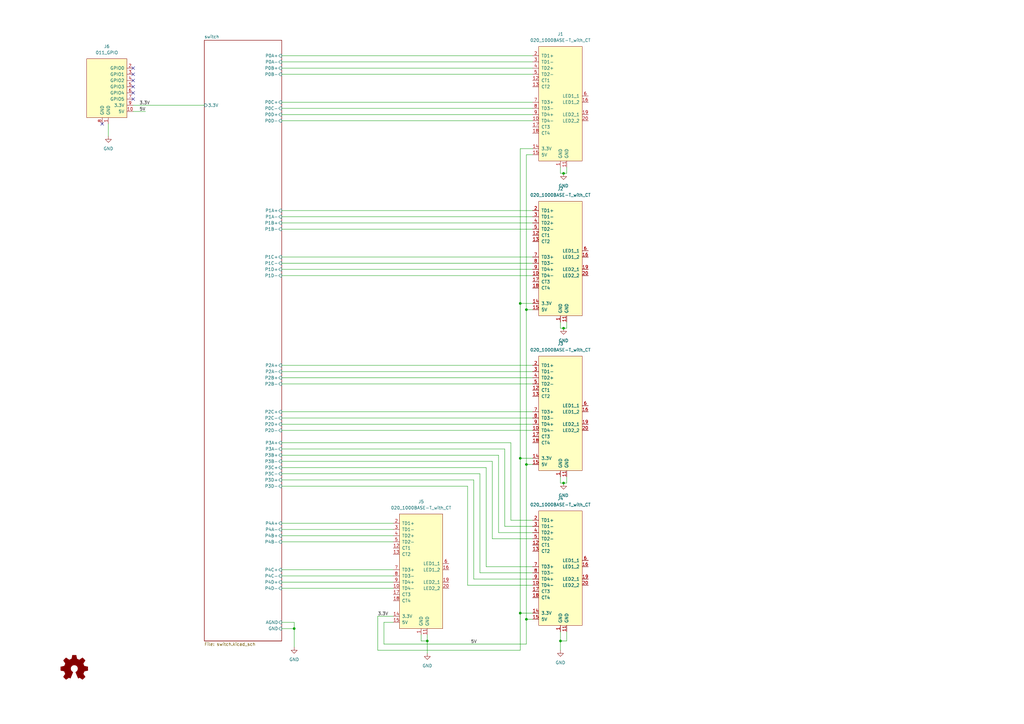
<source format=kicad_sch>
(kicad_sch (version 20230121) (generator eeschema)

  (uuid 57732dd3-1162-4c3f-88bd-31bf473d124d)

  (paper "A3")

  (lib_symbols
    (symbol "Graphic:Logo_Open_Hardware_Small" (pin_names (offset 1.016)) (in_bom yes) (on_board yes)
      (property "Reference" "#LOGO" (at 0 6.985 0)
        (effects (font (size 1.27 1.27)) hide)
      )
      (property "Value" "Logo_Open_Hardware_Small" (at 0 -5.715 0)
        (effects (font (size 1.27 1.27)) hide)
      )
      (property "Footprint" "" (at 0 0 0)
        (effects (font (size 1.27 1.27)) hide)
      )
      (property "Datasheet" "~" (at 0 0 0)
        (effects (font (size 1.27 1.27)) hide)
      )
      (property "ki_keywords" "Logo" (at 0 0 0)
        (effects (font (size 1.27 1.27)) hide)
      )
      (property "ki_description" "Open Hardware logo, small" (at 0 0 0)
        (effects (font (size 1.27 1.27)) hide)
      )
      (symbol "Logo_Open_Hardware_Small_0_1"
        (polyline
          (pts
            (xy 3.3528 -4.3434)
            (xy 3.302 -4.318)
            (xy 3.175 -4.2418)
            (xy 2.9972 -4.1148)
            (xy 2.7686 -3.9624)
            (xy 2.54 -3.81)
            (xy 2.3622 -3.7084)
            (xy 2.2352 -3.6068)
            (xy 2.1844 -3.5814)
            (xy 2.159 -3.6068)
            (xy 2.0574 -3.6576)
            (xy 1.905 -3.7338)
            (xy 1.8034 -3.7846)
            (xy 1.6764 -3.8354)
            (xy 1.6002 -3.8354)
            (xy 1.6002 -3.8354)
            (xy 1.5494 -3.7338)
            (xy 1.4732 -3.5306)
            (xy 1.3462 -3.302)
            (xy 1.2446 -3.0226)
            (xy 1.1176 -2.7178)
            (xy 0.9652 -2.413)
            (xy 0.8636 -2.1082)
            (xy 0.7366 -1.8288)
            (xy 0.6604 -1.6256)
            (xy 0.6096 -1.4732)
            (xy 0.5842 -1.397)
            (xy 0.5842 -1.397)
            (xy 0.6604 -1.3208)
            (xy 0.7874 -1.2446)
            (xy 1.0414 -1.016)
            (xy 1.2954 -0.6858)
            (xy 1.4478 -0.3302)
            (xy 1.524 0.0762)
            (xy 1.4732 0.4572)
            (xy 1.3208 0.8128)
            (xy 1.0668 1.143)
            (xy 0.762 1.3716)
            (xy 0.4064 1.524)
            (xy 0 1.5748)
            (xy -0.381 1.5494)
            (xy -0.7366 1.397)
            (xy -1.0668 1.143)
            (xy -1.2192 0.9906)
            (xy -1.397 0.6604)
            (xy -1.524 0.3048)
            (xy -1.524 0.2286)
            (xy -1.4986 -0.1778)
            (xy -1.397 -0.5334)
            (xy -1.1938 -0.8636)
            (xy -0.9144 -1.143)
            (xy -0.8636 -1.1684)
            (xy -0.7366 -1.27)
            (xy -0.635 -1.3462)
            (xy -0.5842 -1.397)
            (xy -1.0668 -2.5908)
            (xy -1.143 -2.794)
            (xy -1.2954 -3.1242)
            (xy -1.397 -3.4036)
            (xy -1.4986 -3.6322)
            (xy -1.5748 -3.7846)
            (xy -1.6002 -3.8354)
            (xy -1.6002 -3.8354)
            (xy -1.651 -3.8354)
            (xy -1.7272 -3.81)
            (xy -1.905 -3.7338)
            (xy -2.0066 -3.683)
            (xy -2.1336 -3.6068)
            (xy -2.2098 -3.5814)
            (xy -2.2606 -3.6068)
            (xy -2.3622 -3.683)
            (xy -2.54 -3.81)
            (xy -2.7686 -3.9624)
            (xy -2.9718 -4.0894)
            (xy -3.1496 -4.2164)
            (xy -3.302 -4.318)
            (xy -3.3528 -4.3434)
            (xy -3.3782 -4.3434)
            (xy -3.429 -4.318)
            (xy -3.5306 -4.2164)
            (xy -3.7084 -4.064)
            (xy -3.937 -3.8354)
            (xy -3.9624 -3.81)
            (xy -4.1656 -3.6068)
            (xy -4.318 -3.4544)
            (xy -4.4196 -3.3274)
            (xy -4.445 -3.2766)
            (xy -4.445 -3.2766)
            (xy -4.4196 -3.2258)
            (xy -4.318 -3.0734)
            (xy -4.2164 -2.8956)
            (xy -4.064 -2.667)
            (xy -3.6576 -2.0828)
            (xy -3.8862 -1.5494)
            (xy -3.937 -1.3716)
            (xy -4.0386 -1.1684)
            (xy -4.0894 -1.0414)
            (xy -4.1148 -0.9652)
            (xy -4.191 -0.9398)
            (xy -4.318 -0.9144)
            (xy -4.5466 -0.8636)
            (xy -4.8006 -0.8128)
            (xy -5.0546 -0.7874)
            (xy -5.2578 -0.7366)
            (xy -5.4356 -0.7112)
            (xy -5.5118 -0.6858)
            (xy -5.5118 -0.6858)
            (xy -5.5372 -0.635)
            (xy -5.5372 -0.5588)
            (xy -5.5372 -0.4318)
            (xy -5.5626 -0.2286)
            (xy -5.5626 0.0762)
            (xy -5.5626 0.127)
            (xy -5.5372 0.4064)
            (xy -5.5372 0.635)
            (xy -5.5372 0.762)
            (xy -5.5372 0.8382)
            (xy -5.5372 0.8382)
            (xy -5.461 0.8382)
            (xy -5.3086 0.889)
            (xy -5.08 0.9144)
            (xy -4.826 0.9652)
            (xy -4.8006 0.9906)
            (xy -4.5466 1.0414)
            (xy -4.318 1.0668)
            (xy -4.1656 1.1176)
            (xy -4.0894 1.143)
            (xy -4.0894 1.143)
            (xy -4.0386 1.2446)
            (xy -3.9624 1.4224)
            (xy -3.8608 1.6256)
            (xy -3.7846 1.8288)
            (xy -3.7084 2.0066)
            (xy -3.6576 2.159)
            (xy -3.6322 2.2098)
            (xy -3.6322 2.2098)
            (xy -3.683 2.286)
            (xy -3.7592 2.413)
            (xy -3.8862 2.5908)
            (xy -4.064 2.8194)
            (xy -4.064 2.8448)
            (xy -4.2164 3.0734)
            (xy -4.3434 3.2512)
            (xy -4.4196 3.3782)
            (xy -4.445 3.4544)
            (xy -4.445 3.4544)
            (xy -4.3942 3.5052)
            (xy -4.2926 3.6322)
            (xy -4.1148 3.81)
            (xy -3.937 4.0132)
            (xy -3.8608 4.064)
            (xy -3.6576 4.2926)
            (xy -3.5052 4.4196)
            (xy -3.4036 4.4958)
            (xy -3.3528 4.5212)
            (xy -3.3528 4.5212)
            (xy -3.302 4.4704)
            (xy -3.1496 4.3688)
            (xy -2.9718 4.2418)
            (xy -2.7432 4.0894)
            (xy -2.7178 4.0894)
            (xy -2.4892 3.937)
            (xy -2.3114 3.81)
            (xy -2.1844 3.7084)
            (xy -2.1336 3.683)
            (xy -2.1082 3.683)
            (xy -2.032 3.7084)
            (xy -1.8542 3.7592)
            (xy -1.6764 3.8354)
            (xy -1.4732 3.937)
            (xy -1.27 4.0132)
            (xy -1.143 4.064)
            (xy -1.0668 4.1148)
            (xy -1.0668 4.1148)
            (xy -1.0414 4.191)
            (xy -1.016 4.3434)
            (xy -0.9652 4.572)
            (xy -0.9144 4.8514)
            (xy -0.889 4.9022)
            (xy -0.8382 5.1562)
            (xy -0.8128 5.3848)
            (xy -0.7874 5.5372)
            (xy -0.762 5.588)
            (xy -0.7112 5.6134)
            (xy -0.5842 5.6134)
            (xy -0.4064 5.6134)
            (xy -0.1524 5.6134)
            (xy 0.0762 5.6134)
            (xy 0.3302 5.6134)
            (xy 0.5334 5.6134)
            (xy 0.6858 5.588)
            (xy 0.7366 5.588)
            (xy 0.7366 5.588)
            (xy 0.762 5.5118)
            (xy 0.8128 5.334)
            (xy 0.8382 5.1054)
            (xy 0.9144 4.826)
            (xy 0.9144 4.7752)
            (xy 0.9652 4.5212)
            (xy 1.016 4.2926)
            (xy 1.0414 4.1402)
            (xy 1.0668 4.0894)
            (xy 1.0668 4.0894)
            (xy 1.1938 4.0386)
            (xy 1.3716 3.9624)
            (xy 1.5748 3.8608)
            (xy 2.0828 3.6576)
            (xy 2.7178 4.0894)
            (xy 2.7686 4.1402)
            (xy 2.9972 4.2926)
            (xy 3.175 4.4196)
            (xy 3.302 4.4958)
            (xy 3.3782 4.5212)
            (xy 3.3782 4.5212)
            (xy 3.429 4.4704)
            (xy 3.556 4.3434)
            (xy 3.7338 4.191)
            (xy 3.9116 3.9878)
            (xy 4.064 3.8354)
            (xy 4.2418 3.6576)
            (xy 4.3434 3.556)
            (xy 4.4196 3.4798)
            (xy 4.4196 3.429)
            (xy 4.4196 3.4036)
            (xy 4.3942 3.3274)
            (xy 4.2926 3.2004)
            (xy 4.1656 2.9972)
            (xy 4.0132 2.794)
            (xy 3.8862 2.5908)
            (xy 3.7592 2.3876)
            (xy 3.6576 2.2352)
            (xy 3.6322 2.159)
            (xy 3.6322 2.1336)
            (xy 3.683 2.0066)
            (xy 3.7592 1.8288)
            (xy 3.8608 1.6002)
            (xy 4.064 1.1176)
            (xy 4.3942 1.0414)
            (xy 4.5974 1.016)
            (xy 4.8768 0.9652)
            (xy 5.1308 0.9144)
            (xy 5.5372 0.8382)
            (xy 5.5626 -0.6604)
            (xy 5.4864 -0.6858)
            (xy 5.4356 -0.6858)
            (xy 5.2832 -0.7366)
            (xy 5.0546 -0.762)
            (xy 4.8006 -0.8128)
            (xy 4.5974 -0.8636)
            (xy 4.3688 -0.9144)
            (xy 4.2164 -0.9398)
            (xy 4.1402 -0.9398)
            (xy 4.1148 -0.9652)
            (xy 4.064 -1.0668)
            (xy 3.9878 -1.2446)
            (xy 3.9116 -1.4478)
            (xy 3.81 -1.651)
            (xy 3.7338 -1.8542)
            (xy 3.683 -2.0066)
            (xy 3.6576 -2.0828)
            (xy 3.683 -2.1336)
            (xy 3.7846 -2.2606)
            (xy 3.8862 -2.4638)
            (xy 4.0386 -2.667)
            (xy 4.191 -2.8956)
            (xy 4.318 -3.0734)
            (xy 4.3942 -3.2004)
            (xy 4.445 -3.2766)
            (xy 4.4196 -3.3274)
            (xy 4.3434 -3.429)
            (xy 4.1656 -3.5814)
            (xy 3.937 -3.8354)
            (xy 3.8862 -3.8608)
            (xy 3.683 -4.064)
            (xy 3.5306 -4.2164)
            (xy 3.4036 -4.318)
            (xy 3.3528 -4.3434)
          )
          (stroke (width 0) (type default))
          (fill (type outline))
        )
      )
    )
    (symbol "power:GND" (power) (pin_names (offset 0)) (in_bom yes) (on_board yes)
      (property "Reference" "#PWR" (at 0 -6.35 0)
        (effects (font (size 1.27 1.27)) hide)
      )
      (property "Value" "GND" (at 0 -3.81 0)
        (effects (font (size 1.27 1.27)))
      )
      (property "Footprint" "" (at 0 0 0)
        (effects (font (size 1.27 1.27)) hide)
      )
      (property "Datasheet" "" (at 0 0 0)
        (effects (font (size 1.27 1.27)) hide)
      )
      (property "ki_keywords" "power-flag" (at 0 0 0)
        (effects (font (size 1.27 1.27)) hide)
      )
      (property "ki_description" "Power symbol creates a global label with name \"GND\" , ground" (at 0 0 0)
        (effects (font (size 1.27 1.27)) hide)
      )
      (symbol "GND_0_1"
        (polyline
          (pts
            (xy 0 0)
            (xy 0 -1.27)
            (xy 1.27 -1.27)
            (xy 0 -2.54)
            (xy -1.27 -1.27)
            (xy 0 -1.27)
          )
          (stroke (width 0) (type default))
          (fill (type none))
        )
      )
      (symbol "GND_1_1"
        (pin power_in line (at 0 0 270) (length 0) hide
          (name "GND" (effects (font (size 1.27 1.27))))
          (number "1" (effects (font (size 1.27 1.27))))
        )
      )
    )
    (symbol "put_on_edge:011_GPIO" (pin_names (offset 1.016)) (in_bom yes) (on_board yes)
      (property "Reference" "J" (at -2.54 13.97 0)
        (effects (font (size 1.27 1.27)))
      )
      (property "Value" "011_GPIO" (at 8.89 13.97 0)
        (effects (font (size 1.27 1.27)))
      )
      (property "Footprint" "" (at 7.62 16.51 0)
        (effects (font (size 1.27 1.27)) hide)
      )
      (property "Datasheet" "" (at 7.62 16.51 0)
        (effects (font (size 1.27 1.27)) hide)
      )
      (symbol "011_GPIO_0_1"
        (rectangle (start -8.89 12.7) (end 7.62 -11.43)
          (stroke (width 0) (type default))
          (fill (type background))
        )
      )
      (symbol "011_GPIO_1_1"
        (pin power_in line (at -1.27 -13.97 90) (length 2.54)
          (name "GND" (effects (font (size 1.27 1.27))))
          (number "1" (effects (font (size 1.27 1.27))))
        )
        (pin power_in line (at -11.43 -8.89 0) (length 2.54)
          (name "5V" (effects (font (size 1.27 1.27))))
          (number "10" (effects (font (size 1.27 1.27))))
        )
        (pin bidirectional line (at -11.43 8.89 0) (length 2.54)
          (name "GPIO0" (effects (font (size 1.27 1.27))))
          (number "2" (effects (font (size 1.27 1.27))))
        )
        (pin bidirectional line (at -11.43 6.35 0) (length 2.54)
          (name "GPIO1" (effects (font (size 1.27 1.27))))
          (number "3" (effects (font (size 1.27 1.27))))
        )
        (pin bidirectional line (at -11.43 3.81 0) (length 2.54)
          (name "GPIO2" (effects (font (size 1.27 1.27))))
          (number "4" (effects (font (size 1.27 1.27))))
        )
        (pin bidirectional line (at -11.43 1.27 0) (length 2.54)
          (name "GPIO3" (effects (font (size 1.27 1.27))))
          (number "5" (effects (font (size 1.27 1.27))))
        )
        (pin bidirectional line (at -11.43 -1.27 0) (length 2.54)
          (name "GPIO4" (effects (font (size 1.27 1.27))))
          (number "6" (effects (font (size 1.27 1.27))))
        )
        (pin bidirectional line (at -11.43 -3.81 0) (length 2.54)
          (name "GPIO5" (effects (font (size 1.27 1.27))))
          (number "7" (effects (font (size 1.27 1.27))))
        )
        (pin power_in line (at 1.27 -13.97 90) (length 2.54)
          (name "GND" (effects (font (size 1.27 1.27))))
          (number "8" (effects (font (size 1.27 1.27))))
        )
        (pin power_in line (at -11.43 -6.35 0) (length 2.54)
          (name "3.3V" (effects (font (size 1.27 1.27))))
          (number "9" (effects (font (size 1.27 1.27))))
        )
      )
    )
    (symbol "put_on_edge:020_1000BASE-T_with_CT" (pin_names (offset 1.016)) (in_bom yes) (on_board yes)
      (property "Reference" "J" (at -2.54 13.97 0)
        (effects (font (size 1.27 1.27)))
      )
      (property "Value" "020_1000BASE-T_with_CT" (at 8.89 13.97 0)
        (effects (font (size 1.27 1.27)))
      )
      (property "Footprint" "" (at 7.62 16.51 0)
        (effects (font (size 1.27 1.27)) hide)
      )
      (property "Datasheet" "" (at 7.62 16.51 0)
        (effects (font (size 1.27 1.27)) hide)
      )
      (symbol "020_1000BASE-T_with_CT_0_1"
        (rectangle (start -8.89 12.7) (end 8.89 -34.29)
          (stroke (width 0) (type default))
          (fill (type background))
        )
      )
      (symbol "020_1000BASE-T_with_CT_1_1"
        (pin power_in line (at 0 -36.83 90) (length 2.54)
          (name "GND" (effects (font (size 1.27 1.27))))
          (number "1" (effects (font (size 1.27 1.27))))
        )
        (pin bidirectional line (at -11.43 -17.78 0) (length 2.54)
          (name "TD4-" (effects (font (size 1.27 1.27))))
          (number "10" (effects (font (size 1.27 1.27))))
        )
        (pin power_in line (at 2.54 -36.83 90) (length 2.54)
          (name "GND" (effects (font (size 1.27 1.27))))
          (number "11" (effects (font (size 1.27 1.27))))
        )
        (pin bidirectional line (at -11.43 -1.27 0) (length 2.54)
          (name "CT1" (effects (font (size 1.27 1.27))))
          (number "12" (effects (font (size 1.27 1.27))))
        )
        (pin bidirectional line (at -11.43 -3.81 0) (length 2.54)
          (name "CT2" (effects (font (size 1.27 1.27))))
          (number "13" (effects (font (size 1.27 1.27))))
        )
        (pin bidirectional line (at -11.43 -29.21 0) (length 2.54)
          (name "3.3V" (effects (font (size 1.27 1.27))))
          (number "14" (effects (font (size 1.27 1.27))))
        )
        (pin bidirectional line (at -11.43 -31.75 0) (length 2.54)
          (name "5V" (effects (font (size 1.27 1.27))))
          (number "15" (effects (font (size 1.27 1.27))))
        )
        (pin bidirectional line (at 11.43 -10.16 180) (length 2.54)
          (name "LED1_2" (effects (font (size 1.27 1.27))))
          (number "16" (effects (font (size 1.27 1.27))))
        )
        (pin bidirectional line (at -11.43 -20.32 0) (length 2.54)
          (name "CT3" (effects (font (size 1.27 1.27))))
          (number "17" (effects (font (size 1.27 1.27))))
        )
        (pin bidirectional line (at -11.43 -22.86 0) (length 2.54)
          (name "CT4" (effects (font (size 1.27 1.27))))
          (number "18" (effects (font (size 1.27 1.27))))
        )
        (pin bidirectional line (at 11.43 -15.24 180) (length 2.54)
          (name "LED2_1" (effects (font (size 1.27 1.27))))
          (number "19" (effects (font (size 1.27 1.27))))
        )
        (pin bidirectional line (at -11.43 8.89 0) (length 2.54)
          (name "TD1+" (effects (font (size 1.27 1.27))))
          (number "2" (effects (font (size 1.27 1.27))))
        )
        (pin bidirectional line (at 11.43 -17.78 180) (length 2.54)
          (name "LED2_2" (effects (font (size 1.27 1.27))))
          (number "20" (effects (font (size 1.27 1.27))))
        )
        (pin bidirectional line (at -11.43 6.35 0) (length 2.54)
          (name "TD1-" (effects (font (size 1.27 1.27))))
          (number "3" (effects (font (size 1.27 1.27))))
        )
        (pin bidirectional line (at -11.43 3.81 0) (length 2.54)
          (name "TD2+" (effects (font (size 1.27 1.27))))
          (number "4" (effects (font (size 1.27 1.27))))
        )
        (pin bidirectional line (at -11.43 1.27 0) (length 2.54)
          (name "TD2-" (effects (font (size 1.27 1.27))))
          (number "5" (effects (font (size 1.27 1.27))))
        )
        (pin bidirectional line (at 11.43 -7.62 180) (length 2.54)
          (name "LED1_1" (effects (font (size 1.27 1.27))))
          (number "6" (effects (font (size 1.27 1.27))))
        )
        (pin bidirectional line (at -11.43 -10.16 0) (length 2.54)
          (name "TD3+" (effects (font (size 1.27 1.27))))
          (number "7" (effects (font (size 1.27 1.27))))
        )
        (pin bidirectional line (at -11.43 -12.7 0) (length 2.54)
          (name "TD3-" (effects (font (size 1.27 1.27))))
          (number "8" (effects (font (size 1.27 1.27))))
        )
        (pin bidirectional line (at -11.43 -15.24 0) (length 2.54)
          (name "TD4+" (effects (font (size 1.27 1.27))))
          (number "9" (effects (font (size 1.27 1.27))))
        )
      )
    )
  )

  (junction (at 213.36 124.46) (diameter 0) (color 0 0 0 0)
    (uuid 37011785-8061-4c42-9868-d7b1dc07d379)
  )
  (junction (at 231.14 198.12) (diameter 0) (color 0 0 0 0)
    (uuid 3c5de711-eaae-43dc-bce8-11148e37a12a)
  )
  (junction (at 231.14 134.62) (diameter 0) (color 0 0 0 0)
    (uuid 5b4312b1-f573-4e10-b47a-8b9ed79d02ac)
  )
  (junction (at 213.36 251.46) (diameter 0) (color 0 0 0 0)
    (uuid 5b4e61a7-829f-4550-9950-8a618a29c9bb)
  )
  (junction (at 215.9 190.5) (diameter 0) (color 0 0 0 0)
    (uuid 806f8259-3083-44bd-a7f0-77a405bdc269)
  )
  (junction (at 215.9 127) (diameter 0) (color 0 0 0 0)
    (uuid b43cf175-5d1c-4e79-bb48-6c749e460141)
  )
  (junction (at 229.87 262.89) (diameter 0) (color 0 0 0 0)
    (uuid b658c216-7f5d-4976-b5be-cd979a79e8f2)
  )
  (junction (at 215.9 254) (diameter 0) (color 0 0 0 0)
    (uuid bfc19791-d230-4900-8415-0d2b1ac1c53c)
  )
  (junction (at 213.36 187.96) (diameter 0) (color 0 0 0 0)
    (uuid cfcb7a2c-20a8-4580-b79f-6f130bf99f9d)
  )
  (junction (at 120.65 257.81) (diameter 0) (color 0 0 0 0)
    (uuid ee3a4826-38e8-4a4b-a569-95cf1c0edda1)
  )
  (junction (at 231.14 71.12) (diameter 0) (color 0 0 0 0)
    (uuid f564494c-0fd5-44fd-b2a3-028bc78a06d0)
  )
  (junction (at 175.26 262.89) (diameter 0) (color 0 0 0 0)
    (uuid f793e22a-ace3-4b8c-98ee-cdc094f63e33)
  )

  (no_connect (at 54.61 35.56) (uuid 11d3318a-5677-4c93-a108-35ab47599635))
  (no_connect (at 54.61 27.94) (uuid 45111632-b373-4086-9d52-90ce3c28a53d))
  (no_connect (at 54.61 33.02) (uuid 4ec807aa-5e37-4805-add1-d8fd6d112aba))
  (no_connect (at 54.61 30.48) (uuid 59edb06d-a085-4bbd-a14c-9c896d08aaa4))
  (no_connect (at 41.91 50.8) (uuid 62ebf907-ef42-4337-95df-2933cf53048f))
  (no_connect (at 54.61 40.64) (uuid 80c45e39-8aca-4117-abb3-b2fabf0e66aa))
  (no_connect (at 54.61 38.1) (uuid ac0fca28-e661-403f-868e-941467cfcf39))

  (wire (pts (xy 115.57 86.36) (xy 218.44 86.36))
    (stroke (width 0) (type default))
    (uuid 0166dac5-a6a7-4450-8373-01ea9806756d)
  )
  (wire (pts (xy 115.57 236.22) (xy 161.29 236.22))
    (stroke (width 0) (type default))
    (uuid 01a8dd67-80ed-4319-801c-bf79f3bb0bed)
  )
  (wire (pts (xy 232.41 132.08) (xy 232.41 134.62))
    (stroke (width 0) (type default))
    (uuid 0566d45e-6311-4120-98b6-e8823ddd2042)
  )
  (wire (pts (xy 115.57 173.99) (xy 218.44 173.99))
    (stroke (width 0) (type default))
    (uuid 06375f88-836a-49c2-b866-715b774b0c12)
  )
  (wire (pts (xy 229.87 259.08) (xy 229.87 262.89))
    (stroke (width 0) (type default))
    (uuid 066465c5-db36-4792-8bb3-cd03560f59d8)
  )
  (wire (pts (xy 115.57 22.86) (xy 218.44 22.86))
    (stroke (width 0) (type default))
    (uuid 088f6ffb-259c-42df-aa81-497472cbed6d)
  )
  (wire (pts (xy 115.57 181.61) (xy 209.55 181.61))
    (stroke (width 0) (type default))
    (uuid 0b19bd42-6b4c-48fa-9793-9a52329e9e4b)
  )
  (wire (pts (xy 115.57 49.53) (xy 218.44 49.53))
    (stroke (width 0) (type default))
    (uuid 0b79f55e-a7ce-4886-a4cc-677977dfdc03)
  )
  (wire (pts (xy 115.57 176.53) (xy 218.44 176.53))
    (stroke (width 0) (type default))
    (uuid 0b911110-5326-4b3e-b0e9-4a44ba37e5d9)
  )
  (wire (pts (xy 161.29 255.27) (xy 157.48 255.27))
    (stroke (width 0) (type default))
    (uuid 0f413ed1-c1cd-428f-9faa-788c5498428e)
  )
  (wire (pts (xy 115.57 241.3) (xy 161.29 241.3))
    (stroke (width 0) (type default))
    (uuid 0f92e3c4-0044-4cd8-956a-43d25e8d5805)
  )
  (wire (pts (xy 199.39 232.41) (xy 218.44 232.41))
    (stroke (width 0) (type default))
    (uuid 11a86fb6-8653-485f-85af-a6072b0ab695)
  )
  (wire (pts (xy 115.57 157.48) (xy 218.44 157.48))
    (stroke (width 0) (type default))
    (uuid 136bbaf2-6e34-4b54-9a4b-8a4921af0d47)
  )
  (wire (pts (xy 161.29 252.73) (xy 154.94 252.73))
    (stroke (width 0) (type default))
    (uuid 145bca21-64c0-48ad-a5ec-52b772970c6b)
  )
  (wire (pts (xy 54.61 45.72) (xy 59.69 45.72))
    (stroke (width 0) (type default))
    (uuid 1505d40c-1484-4880-a1d5-7f9c5fb98f96)
  )
  (wire (pts (xy 115.57 219.71) (xy 161.29 219.71))
    (stroke (width 0) (type default))
    (uuid 173018fd-275b-4cf5-bcbb-f04c24d5aa4c)
  )
  (wire (pts (xy 157.48 255.27) (xy 157.48 264.16))
    (stroke (width 0) (type default))
    (uuid 178f5aa5-7f13-4bf9-b6c7-c95ccd80a9ba)
  )
  (wire (pts (xy 175.26 262.89) (xy 175.26 267.97))
    (stroke (width 0) (type default))
    (uuid 1ae14d62-24ed-486e-b8f7-bb3927619b95)
  )
  (wire (pts (xy 215.9 63.5) (xy 215.9 127))
    (stroke (width 0) (type default))
    (uuid 1c1d8cf9-35b0-42f9-9e27-067738450293)
  )
  (wire (pts (xy 215.9 127) (xy 218.44 127))
    (stroke (width 0) (type default))
    (uuid 1e41058c-271e-4c2d-a04e-675ac9487818)
  )
  (wire (pts (xy 115.57 46.99) (xy 218.44 46.99))
    (stroke (width 0) (type default))
    (uuid 1ecda7f0-862e-4138-bc1e-8211c88a5709)
  )
  (wire (pts (xy 115.57 149.86) (xy 218.44 149.86))
    (stroke (width 0) (type default))
    (uuid 1fcc4fdf-7347-457a-b9c6-93b2b3ad5ff0)
  )
  (wire (pts (xy 213.36 60.96) (xy 213.36 124.46))
    (stroke (width 0) (type default))
    (uuid 205bb1fe-13d9-4add-bae4-e30e3bb40eb8)
  )
  (wire (pts (xy 115.57 168.91) (xy 218.44 168.91))
    (stroke (width 0) (type default))
    (uuid 21a67926-7e97-4caa-a18e-00e668022bd3)
  )
  (wire (pts (xy 115.57 44.45) (xy 218.44 44.45))
    (stroke (width 0) (type default))
    (uuid 268c2632-74dd-48f1-ba39-edd3972bf9f0)
  )
  (wire (pts (xy 232.41 68.58) (xy 232.41 71.12))
    (stroke (width 0) (type default))
    (uuid 27fba701-841a-4b49-b08f-498238fe5418)
  )
  (wire (pts (xy 191.77 199.39) (xy 191.77 240.03))
    (stroke (width 0) (type default))
    (uuid 291f75d9-5a76-4d14-bbcc-1b5e461b82c6)
  )
  (wire (pts (xy 215.9 254) (xy 218.44 254))
    (stroke (width 0) (type default))
    (uuid 29769c60-0b90-4f63-a14f-99809d571bc0)
  )
  (wire (pts (xy 54.61 43.18) (xy 83.82 43.18))
    (stroke (width 0) (type default))
    (uuid 2a536cdf-59aa-45e2-917d-d38ac5f9501c)
  )
  (wire (pts (xy 115.57 214.63) (xy 161.29 214.63))
    (stroke (width 0) (type default))
    (uuid 310f9300-26b7-42e6-b104-ab61a391f027)
  )
  (wire (pts (xy 201.93 189.23) (xy 201.93 220.98))
    (stroke (width 0) (type default))
    (uuid 315cc864-5802-4169-a2e4-476fa4a008a5)
  )
  (wire (pts (xy 115.57 152.4) (xy 218.44 152.4))
    (stroke (width 0) (type default))
    (uuid 33da5192-4576-4f14-bedb-ec2d51d7f7d9)
  )
  (wire (pts (xy 213.36 187.96) (xy 218.44 187.96))
    (stroke (width 0) (type default))
    (uuid 34513b33-b2bd-4767-a467-49daecb1db82)
  )
  (wire (pts (xy 213.36 124.46) (xy 213.36 187.96))
    (stroke (width 0) (type default))
    (uuid 3641caeb-d5d8-4a5d-bc66-f8a6831f81e4)
  )
  (wire (pts (xy 229.87 132.08) (xy 229.87 134.62))
    (stroke (width 0) (type default))
    (uuid 3c852c70-07ee-4257-b673-49e4609c9db1)
  )
  (wire (pts (xy 213.36 124.46) (xy 218.44 124.46))
    (stroke (width 0) (type default))
    (uuid 3d9784cc-aeda-4ad0-a22d-7e42f2b6f8a0)
  )
  (wire (pts (xy 215.9 190.5) (xy 215.9 254))
    (stroke (width 0) (type default))
    (uuid 3ff2f121-79d0-4c1f-af10-0a9ff9b14a18)
  )
  (wire (pts (xy 229.87 262.89) (xy 232.41 262.89))
    (stroke (width 0) (type default))
    (uuid 40348a57-8ebe-46b9-a023-600e174c2ac4)
  )
  (wire (pts (xy 231.14 71.12) (xy 229.87 71.12))
    (stroke (width 0) (type default))
    (uuid 42bec1fc-ce53-4747-9513-14fe6df6eb38)
  )
  (wire (pts (xy 115.57 88.9) (xy 218.44 88.9))
    (stroke (width 0) (type default))
    (uuid 44631981-f935-4737-b921-b1c1222258cc)
  )
  (wire (pts (xy 115.57 238.76) (xy 161.29 238.76))
    (stroke (width 0) (type default))
    (uuid 4a43fc21-80b7-4bfe-8a8b-a5c58e5b9fc8)
  )
  (wire (pts (xy 201.93 220.98) (xy 218.44 220.98))
    (stroke (width 0) (type default))
    (uuid 4ba3dff4-7bd4-4d0a-ada5-52918a2a122e)
  )
  (wire (pts (xy 229.87 134.62) (xy 231.14 134.62))
    (stroke (width 0) (type default))
    (uuid 507d596d-856d-480a-bece-056118d57fe8)
  )
  (wire (pts (xy 232.41 262.89) (xy 232.41 259.08))
    (stroke (width 0) (type default))
    (uuid 50eff428-f6c1-4d04-98f8-186e23477b43)
  )
  (wire (pts (xy 191.77 240.03) (xy 218.44 240.03))
    (stroke (width 0) (type default))
    (uuid 570cc8c5-4069-4b38-a1e0-86d16b97ada7)
  )
  (wire (pts (xy 115.57 154.94) (xy 218.44 154.94))
    (stroke (width 0) (type default))
    (uuid 5876caae-462f-4781-9226-64f433987bd3)
  )
  (wire (pts (xy 154.94 252.73) (xy 154.94 266.7))
    (stroke (width 0) (type default))
    (uuid 592a27c7-a94b-4915-8f11-7627778b08d7)
  )
  (wire (pts (xy 120.65 257.81) (xy 120.65 265.43))
    (stroke (width 0) (type default))
    (uuid 5a1fc14d-1d6f-444c-82b2-77ce3f0eeb3f)
  )
  (wire (pts (xy 115.57 25.4) (xy 218.44 25.4))
    (stroke (width 0) (type default))
    (uuid 5bb4fb42-2df8-402e-bf52-c5460db5e56f)
  )
  (wire (pts (xy 115.57 113.03) (xy 218.44 113.03))
    (stroke (width 0) (type default))
    (uuid 5c3611d5-ea84-42c2-ac40-b5c03d604481)
  )
  (wire (pts (xy 115.57 191.77) (xy 199.39 191.77))
    (stroke (width 0) (type default))
    (uuid 5cb5062e-29c2-49e4-89c9-4744fe2121e8)
  )
  (wire (pts (xy 213.36 251.46) (xy 218.44 251.46))
    (stroke (width 0) (type default))
    (uuid 5f656600-ee38-47ae-ae0d-0c68b54bd7a4)
  )
  (wire (pts (xy 215.9 127) (xy 215.9 190.5))
    (stroke (width 0) (type default))
    (uuid 602bda87-4868-4565-bf21-946a1d0663d8)
  )
  (wire (pts (xy 115.57 41.91) (xy 218.44 41.91))
    (stroke (width 0) (type default))
    (uuid 6707d0bb-7783-439c-8656-a58ee88307ae)
  )
  (wire (pts (xy 213.36 266.7) (xy 213.36 251.46))
    (stroke (width 0) (type default))
    (uuid 67cb11cc-d356-405c-819e-710cb4bfae2a)
  )
  (wire (pts (xy 194.31 196.85) (xy 194.31 237.49))
    (stroke (width 0) (type default))
    (uuid 6a424bd3-753e-4a86-bb5b-febe6e511da7)
  )
  (wire (pts (xy 229.87 198.12) (xy 231.14 198.12))
    (stroke (width 0) (type default))
    (uuid 6b67dd0e-a128-4cbd-941b-cb792797fa4f)
  )
  (wire (pts (xy 232.41 71.12) (xy 231.14 71.12))
    (stroke (width 0) (type default))
    (uuid 6fce70f1-d36b-4015-aee0-dfeaac1215a5)
  )
  (wire (pts (xy 115.57 194.31) (xy 196.85 194.31))
    (stroke (width 0) (type default))
    (uuid 7111a6cc-12cb-43ce-ae83-a2326b06529e)
  )
  (wire (pts (xy 44.45 50.8) (xy 44.45 55.88))
    (stroke (width 0) (type default))
    (uuid 768acd8d-d3c2-44f3-ad0e-d958cb23bec6)
  )
  (wire (pts (xy 115.57 171.45) (xy 218.44 171.45))
    (stroke (width 0) (type default))
    (uuid 79294d09-51e7-4262-8758-b8543ecb145c)
  )
  (wire (pts (xy 204.47 186.69) (xy 204.47 218.44))
    (stroke (width 0) (type default))
    (uuid 7bcc1713-61fc-4a3b-ad1c-80934db26d53)
  )
  (wire (pts (xy 196.85 194.31) (xy 196.85 234.95))
    (stroke (width 0) (type default))
    (uuid 89bfff4c-fe54-4be2-950b-caaf3cdf735d)
  )
  (wire (pts (xy 229.87 262.89) (xy 229.87 266.7))
    (stroke (width 0) (type default))
    (uuid 8d0e3aec-f720-410d-97ac-ebd7b3a254fd)
  )
  (wire (pts (xy 199.39 191.77) (xy 199.39 232.41))
    (stroke (width 0) (type default))
    (uuid 936972e6-6102-4488-b1e2-b4d9fdbb0d77)
  )
  (wire (pts (xy 115.57 27.94) (xy 218.44 27.94))
    (stroke (width 0) (type default))
    (uuid 955c596b-ca16-4207-9009-0a7f360982e5)
  )
  (wire (pts (xy 231.14 134.62) (xy 232.41 134.62))
    (stroke (width 0) (type default))
    (uuid 959b4a4c-4b36-4b13-8bc1-e721f2b430cf)
  )
  (wire (pts (xy 218.44 60.96) (xy 213.36 60.96))
    (stroke (width 0) (type default))
    (uuid 9ed9d0c6-11da-4e67-9875-82fb1f53bd05)
  )
  (wire (pts (xy 115.57 196.85) (xy 194.31 196.85))
    (stroke (width 0) (type default))
    (uuid a50e6080-e9f3-439f-80b6-bcf2cb4d5172)
  )
  (wire (pts (xy 115.57 255.27) (xy 120.65 255.27))
    (stroke (width 0) (type default))
    (uuid a700803d-45d3-415f-a421-dd2314ef65dc)
  )
  (wire (pts (xy 229.87 71.12) (xy 229.87 68.58))
    (stroke (width 0) (type default))
    (uuid a86b35b8-4929-4a8f-8436-0b85ba5eff52)
  )
  (wire (pts (xy 215.9 264.16) (xy 215.9 254))
    (stroke (width 0) (type default))
    (uuid aa644e13-d11a-4162-aa52-bf423bbe10e8)
  )
  (wire (pts (xy 215.9 190.5) (xy 218.44 190.5))
    (stroke (width 0) (type default))
    (uuid addf51f4-ef36-449f-9f73-492b87b38991)
  )
  (wire (pts (xy 154.94 266.7) (xy 213.36 266.7))
    (stroke (width 0) (type default))
    (uuid ae06349a-36ae-4da5-a7a2-3f3f36d8e7eb)
  )
  (wire (pts (xy 194.31 237.49) (xy 218.44 237.49))
    (stroke (width 0) (type default))
    (uuid aea11fde-bec9-44da-b229-6f97fb317278)
  )
  (wire (pts (xy 115.57 110.49) (xy 218.44 110.49))
    (stroke (width 0) (type default))
    (uuid af573b79-4ccc-4d05-8343-ede4507126a2)
  )
  (wire (pts (xy 115.57 233.68) (xy 161.29 233.68))
    (stroke (width 0) (type default))
    (uuid b3e40eb2-78ca-4bc5-a145-3aa452a1d7eb)
  )
  (wire (pts (xy 115.57 257.81) (xy 120.65 257.81))
    (stroke (width 0) (type default))
    (uuid b5f50e6e-6728-4454-96f5-44e0bc388ce5)
  )
  (wire (pts (xy 232.41 195.58) (xy 232.41 198.12))
    (stroke (width 0) (type default))
    (uuid bb064b20-74d7-4325-9be8-5cebcb6f8039)
  )
  (wire (pts (xy 172.72 262.89) (xy 175.26 262.89))
    (stroke (width 0) (type default))
    (uuid bcad9a0b-f057-4580-a427-ce38e37f1fb5)
  )
  (wire (pts (xy 115.57 184.15) (xy 207.01 184.15))
    (stroke (width 0) (type default))
    (uuid bd879d48-be3d-46de-aa86-1e91fbe136fe)
  )
  (wire (pts (xy 115.57 222.25) (xy 161.29 222.25))
    (stroke (width 0) (type default))
    (uuid be5f4a6c-6743-4a9d-86e7-f2fddd0ccf00)
  )
  (wire (pts (xy 115.57 186.69) (xy 204.47 186.69))
    (stroke (width 0) (type default))
    (uuid c1e83a5d-9494-4d31-aa8e-f3b03e31431a)
  )
  (wire (pts (xy 209.55 181.61) (xy 209.55 213.36))
    (stroke (width 0) (type default))
    (uuid c3009390-168b-466e-bcbc-caa06617c324)
  )
  (wire (pts (xy 115.57 105.41) (xy 218.44 105.41))
    (stroke (width 0) (type default))
    (uuid c44762e1-c737-4e74-9eb3-d49a2fdaf749)
  )
  (wire (pts (xy 231.14 198.12) (xy 232.41 198.12))
    (stroke (width 0) (type default))
    (uuid c74e5059-1d88-4d0f-b85d-cc4b7a584211)
  )
  (wire (pts (xy 115.57 93.98) (xy 218.44 93.98))
    (stroke (width 0) (type default))
    (uuid cdd4d694-a283-4423-80ca-d2d0621632a0)
  )
  (wire (pts (xy 115.57 189.23) (xy 201.93 189.23))
    (stroke (width 0) (type default))
    (uuid ce7d083e-5ae8-40b4-948d-71545889fd14)
  )
  (wire (pts (xy 175.26 260.35) (xy 175.26 262.89))
    (stroke (width 0) (type default))
    (uuid ce98ee01-2c7e-445d-8e8b-818b6d3e3c8c)
  )
  (wire (pts (xy 229.87 195.58) (xy 229.87 198.12))
    (stroke (width 0) (type default))
    (uuid d143b68d-7ed8-41ef-85be-ec5cf49d5c81)
  )
  (wire (pts (xy 115.57 30.48) (xy 218.44 30.48))
    (stroke (width 0) (type default))
    (uuid d29e3a34-55c5-4266-b4e4-68d5d18ba838)
  )
  (wire (pts (xy 115.57 91.44) (xy 218.44 91.44))
    (stroke (width 0) (type default))
    (uuid d3ea1470-5f8c-47dd-af78-ea0aa87cb37b)
  )
  (wire (pts (xy 213.36 187.96) (xy 213.36 251.46))
    (stroke (width 0) (type default))
    (uuid d683903b-3906-4b17-a1e4-dbf9bba2791e)
  )
  (wire (pts (xy 115.57 199.39) (xy 191.77 199.39))
    (stroke (width 0) (type default))
    (uuid de94dcc7-a3d1-46c1-b4fa-8112a52adeaa)
  )
  (wire (pts (xy 172.72 260.35) (xy 172.72 262.89))
    (stroke (width 0) (type default))
    (uuid df1dc35e-3e0d-457b-85ae-da4db35f7a9c)
  )
  (wire (pts (xy 157.48 264.16) (xy 215.9 264.16))
    (stroke (width 0) (type default))
    (uuid e28ed64b-e3a7-44d0-91cc-11adfaf900be)
  )
  (wire (pts (xy 196.85 234.95) (xy 218.44 234.95))
    (stroke (width 0) (type default))
    (uuid e7246a83-afc4-4105-868f-150f920c1e12)
  )
  (wire (pts (xy 120.65 255.27) (xy 120.65 257.81))
    (stroke (width 0) (type default))
    (uuid e96e2a38-f7fc-48cc-aa76-49d3b4a34fc4)
  )
  (wire (pts (xy 209.55 213.36) (xy 218.44 213.36))
    (stroke (width 0) (type default))
    (uuid f1fbc7ca-a4b0-4664-89b9-2066a1e9b5b2)
  )
  (wire (pts (xy 218.44 63.5) (xy 215.9 63.5))
    (stroke (width 0) (type default))
    (uuid f222e8c8-7616-4aaf-8ff5-27e529db7579)
  )
  (wire (pts (xy 207.01 215.9) (xy 218.44 215.9))
    (stroke (width 0) (type default))
    (uuid f3cb9150-816d-4e2e-8b71-6ac801a61ae7)
  )
  (wire (pts (xy 204.47 218.44) (xy 218.44 218.44))
    (stroke (width 0) (type default))
    (uuid f5c3c632-4232-4f2c-9bd8-902ac77c7154)
  )
  (wire (pts (xy 115.57 217.17) (xy 161.29 217.17))
    (stroke (width 0) (type default))
    (uuid f7680bf4-1b34-47d3-b22f-dda4f7c059b9)
  )
  (wire (pts (xy 115.57 107.95) (xy 218.44 107.95))
    (stroke (width 0) (type default))
    (uuid faa94730-15f5-4aa5-8bb4-853fe3c9306d)
  )
  (wire (pts (xy 207.01 184.15) (xy 207.01 215.9))
    (stroke (width 0) (type default))
    (uuid fd0b4d72-9552-4fa8-98ac-8e8b32312f30)
  )

  (label "5V" (at 59.69 45.72 180) (fields_autoplaced)
    (effects (font (size 1.27 1.27)) (justify right bottom))
    (uuid 01f0a397-0142-407f-956a-6d012915233c)
  )
  (label "5V" (at 195.58 264.16 180) (fields_autoplaced)
    (effects (font (size 1.27 1.27)) (justify right bottom))
    (uuid 6f102ec3-b4f7-42d0-88de-50515c6d8cad)
  )
  (label "3.3V" (at 57.15 43.18 0) (fields_autoplaced)
    (effects (font (size 1.27 1.27)) (justify left bottom))
    (uuid 90458d1a-042d-4082-9db6-6891ed8a33ac)
  )
  (label "3.3V" (at 154.94 252.73 0) (fields_autoplaced)
    (effects (font (size 1.27 1.27)) (justify left bottom))
    (uuid ae8b9364-7cfa-4bed-8434-3f60526a609d)
  )

  (symbol (lib_id "power:GND") (at 44.45 55.88 0) (unit 1)
    (in_bom yes) (on_board yes) (dnp no) (fields_autoplaced)
    (uuid 187c9139-49b6-497b-b48d-ee1e31b3a677)
    (property "Reference" "#PWR06" (at 44.45 62.23 0)
      (effects (font (size 1.27 1.27)) hide)
    )
    (property "Value" "GND" (at 44.45 60.96 0)
      (effects (font (size 1.27 1.27)))
    )
    (property "Footprint" "" (at 44.45 55.88 0)
      (effects (font (size 1.27 1.27)) hide)
    )
    (property "Datasheet" "" (at 44.45 55.88 0)
      (effects (font (size 1.27 1.27)) hide)
    )
    (pin "1" (uuid 33966b5d-884e-47cd-b8e2-aca9b538d2f4))
    (instances
      (project "board"
        (path "/57732dd3-1162-4c3f-88bd-31bf473d124d"
          (reference "#PWR06") (unit 1)
        )
      )
    )
  )

  (symbol (lib_id "power:GND") (at 231.14 198.12 0) (unit 1)
    (in_bom yes) (on_board yes) (dnp no) (fields_autoplaced)
    (uuid 29efc531-9a16-4358-93d7-7ba41c0d360e)
    (property "Reference" "#PWR03" (at 231.14 204.47 0)
      (effects (font (size 1.27 1.27)) hide)
    )
    (property "Value" "GND" (at 231.14 203.2 0)
      (effects (font (size 1.27 1.27)))
    )
    (property "Footprint" "" (at 231.14 198.12 0)
      (effects (font (size 1.27 1.27)) hide)
    )
    (property "Datasheet" "" (at 231.14 198.12 0)
      (effects (font (size 1.27 1.27)) hide)
    )
    (pin "1" (uuid a5fde046-c2bc-4d7f-8604-84f8614198f5))
    (instances
      (project "board"
        (path "/57732dd3-1162-4c3f-88bd-31bf473d124d"
          (reference "#PWR03") (unit 1)
        )
      )
    )
  )

  (symbol (lib_id "put_on_edge:020_1000BASE-T_with_CT") (at 229.87 222.25 0) (unit 1)
    (in_bom yes) (on_board yes) (dnp no) (fields_autoplaced)
    (uuid 30b696e1-9783-4a47-9e95-78fca503cc73)
    (property "Reference" "J4" (at 229.87 204.47 0)
      (effects (font (size 1.27 1.27)))
    )
    (property "Value" "020_1000BASE-T_with_CT" (at 229.87 207.01 0)
      (effects (font (size 1.27 1.27)))
    )
    (property "Footprint" "on_edge:on_edge_2x10_host" (at 237.49 205.74 0)
      (effects (font (size 1.27 1.27)) hide)
    )
    (property "Datasheet" "" (at 237.49 205.74 0)
      (effects (font (size 1.27 1.27)) hide)
    )
    (pin "10" (uuid 338a3f4d-c379-49a6-aa03-a39be30fffab))
    (pin "17" (uuid 3397b499-1ec9-4e30-beee-1e37510e754d))
    (pin "11" (uuid e3a11989-7c3d-44ce-a221-2fe0b2bf33fa))
    (pin "19" (uuid 2cb1879e-1d41-40b2-9917-640e9d927ab2))
    (pin "16" (uuid a709cd35-77fb-4346-9939-55e557684637))
    (pin "14" (uuid 8429e37e-6895-4992-a95f-d9a9244810da))
    (pin "5" (uuid 0ec527da-c191-4b8a-8a0c-a8b3f44c19a8))
    (pin "3" (uuid 62133c9a-37bc-4414-95c9-9b951caf987c))
    (pin "4" (uuid 39962f18-2140-48b9-a807-150b02a312c8))
    (pin "18" (uuid 28b50a0a-684a-4e77-af97-f458e92f9d0f))
    (pin "6" (uuid d60a6df2-1252-4d30-8e3c-c79554719050))
    (pin "13" (uuid 84b349b3-2027-4c8b-8071-719738c8a18c))
    (pin "8" (uuid 1dd3c5a5-aae3-40f6-a170-576463240872))
    (pin "9" (uuid c18898b1-bf6d-4e45-b54f-e3f38ca753d7))
    (pin "1" (uuid 5cd08d3d-42c1-47e1-bb44-50255c07cec7))
    (pin "15" (uuid 9e32676a-5443-43e5-937d-ec57925d4a9c))
    (pin "12" (uuid 626d8c93-bb3b-4314-9fd3-dd18c5594941))
    (pin "2" (uuid 8660184d-7255-4d8f-ace9-a61231927fc8))
    (pin "7" (uuid bd514fdc-bf16-4b5c-8aeb-e136e767ec7b))
    (pin "20" (uuid cd0ffeee-cecc-4153-84ba-93d25a76a03d))
    (instances
      (project "board"
        (path "/57732dd3-1162-4c3f-88bd-31bf473d124d"
          (reference "J4") (unit 1)
        )
      )
    )
  )

  (symbol (lib_id "power:GND") (at 231.14 134.62 0) (unit 1)
    (in_bom yes) (on_board yes) (dnp no) (fields_autoplaced)
    (uuid 317bec7d-0510-4f23-8fd1-d5c8175d519a)
    (property "Reference" "#PWR04" (at 231.14 140.97 0)
      (effects (font (size 1.27 1.27)) hide)
    )
    (property "Value" "GND" (at 231.14 139.7 0)
      (effects (font (size 1.27 1.27)))
    )
    (property "Footprint" "" (at 231.14 134.62 0)
      (effects (font (size 1.27 1.27)) hide)
    )
    (property "Datasheet" "" (at 231.14 134.62 0)
      (effects (font (size 1.27 1.27)) hide)
    )
    (pin "1" (uuid c6672900-2a64-403f-a712-37a237f52166))
    (instances
      (project "board"
        (path "/57732dd3-1162-4c3f-88bd-31bf473d124d"
          (reference "#PWR04") (unit 1)
        )
      )
    )
  )

  (symbol (lib_id "power:GND") (at 175.26 267.97 0) (unit 1)
    (in_bom yes) (on_board yes) (dnp no) (fields_autoplaced)
    (uuid 4885c077-7409-4f17-95ee-b9c3cad66bb4)
    (property "Reference" "#PWR01" (at 175.26 274.32 0)
      (effects (font (size 1.27 1.27)) hide)
    )
    (property "Value" "GND" (at 175.26 273.05 0)
      (effects (font (size 1.27 1.27)))
    )
    (property "Footprint" "" (at 175.26 267.97 0)
      (effects (font (size 1.27 1.27)) hide)
    )
    (property "Datasheet" "" (at 175.26 267.97 0)
      (effects (font (size 1.27 1.27)) hide)
    )
    (pin "1" (uuid 7bcc4ea7-39b6-436e-bec6-f77e94425cce))
    (instances
      (project "board"
        (path "/57732dd3-1162-4c3f-88bd-31bf473d124d"
          (reference "#PWR01") (unit 1)
        )
      )
    )
  )

  (symbol (lib_id "put_on_edge:020_1000BASE-T_with_CT") (at 172.72 223.52 0) (unit 1)
    (in_bom yes) (on_board yes) (dnp no) (fields_autoplaced)
    (uuid 60d48e3c-9024-4e73-a830-b20a1b8d5f57)
    (property "Reference" "J5" (at 172.72 205.74 0)
      (effects (font (size 1.27 1.27)))
    )
    (property "Value" "020_1000BASE-T_with_CT" (at 172.72 208.28 0)
      (effects (font (size 1.27 1.27)))
    )
    (property "Footprint" "on_edge:on_edge_2x10_host" (at 180.34 207.01 0)
      (effects (font (size 1.27 1.27)) hide)
    )
    (property "Datasheet" "" (at 180.34 207.01 0)
      (effects (font (size 1.27 1.27)) hide)
    )
    (pin "10" (uuid 6d05f21b-fb05-45d0-a45a-33d08ba5a2ad))
    (pin "17" (uuid 16edc01e-873c-4698-8c86-85f3136f55ac))
    (pin "11" (uuid 92d81039-2968-4f49-8c17-fe61cee6020d))
    (pin "19" (uuid 18958c5e-8c80-4657-a685-ef66d77374c2))
    (pin "16" (uuid b9ad0ac0-c8ea-47a9-91e6-484df5051255))
    (pin "14" (uuid 360c191d-b726-4ee3-9b51-89ee08701393))
    (pin "5" (uuid 494641ed-eb20-41f3-8ef0-23df817058b7))
    (pin "3" (uuid aff008a4-664b-49ad-a6d9-5879a106846c))
    (pin "4" (uuid 16efb888-5e3b-492b-bdc1-581328ec6276))
    (pin "18" (uuid 90615794-6dc2-41b4-9cc0-61df0d1f5ae5))
    (pin "6" (uuid 9910704c-7dac-43fd-8632-a131fb0dd5a4))
    (pin "13" (uuid aa349e54-97f8-4f74-9fa7-15595bf46c90))
    (pin "8" (uuid d00abce0-96a7-4484-8676-284a1faaeec2))
    (pin "9" (uuid 636bb86f-1dd8-423e-93ca-bb2d58d6fb9c))
    (pin "1" (uuid 00dabcb7-dda6-43c5-a5d8-92ffe7ab2c86))
    (pin "15" (uuid 2d6a71d1-dea6-4676-86ad-ef4a7ac4ae93))
    (pin "12" (uuid 9cd460e4-6dc3-4aec-8183-e03f4f5aee45))
    (pin "2" (uuid e8165ee5-6537-417d-a877-de70e0c155f8))
    (pin "7" (uuid e1624005-f350-403c-8a8a-1d055b7f0681))
    (pin "20" (uuid 0671e979-5ba2-4025-b46e-b04a22608dc8))
    (instances
      (project "board"
        (path "/57732dd3-1162-4c3f-88bd-31bf473d124d"
          (reference "J5") (unit 1)
        )
      )
    )
  )

  (symbol (lib_id "power:GND") (at 229.87 266.7 0) (unit 1)
    (in_bom yes) (on_board yes) (dnp no) (fields_autoplaced)
    (uuid 778e32fd-10b3-4b16-b77e-1b21922cf5cd)
    (property "Reference" "#PWR02" (at 229.87 273.05 0)
      (effects (font (size 1.27 1.27)) hide)
    )
    (property "Value" "GND" (at 229.87 271.78 0)
      (effects (font (size 1.27 1.27)))
    )
    (property "Footprint" "" (at 229.87 266.7 0)
      (effects (font (size 1.27 1.27)) hide)
    )
    (property "Datasheet" "" (at 229.87 266.7 0)
      (effects (font (size 1.27 1.27)) hide)
    )
    (pin "1" (uuid 36f2da14-0755-4ef3-b541-5e2e6eeb4891))
    (instances
      (project "board"
        (path "/57732dd3-1162-4c3f-88bd-31bf473d124d"
          (reference "#PWR02") (unit 1)
        )
      )
    )
  )

  (symbol (lib_id "power:GND") (at 120.65 265.43 0) (unit 1)
    (in_bom yes) (on_board yes) (dnp no) (fields_autoplaced)
    (uuid 971afa99-5d33-4a72-a8e1-edd3c45138ed)
    (property "Reference" "#PWR0101" (at 120.65 271.78 0)
      (effects (font (size 1.27 1.27)) hide)
    )
    (property "Value" "GND" (at 120.65 270.51 0)
      (effects (font (size 1.27 1.27)))
    )
    (property "Footprint" "" (at 120.65 265.43 0)
      (effects (font (size 1.27 1.27)) hide)
    )
    (property "Datasheet" "" (at 120.65 265.43 0)
      (effects (font (size 1.27 1.27)) hide)
    )
    (pin "1" (uuid 0e12e353-ffd6-4e27-8957-653e209f57b0))
    (instances
      (project "board"
        (path "/57732dd3-1162-4c3f-88bd-31bf473d124d"
          (reference "#PWR0101") (unit 1)
        )
      )
    )
  )

  (symbol (lib_id "put_on_edge:011_GPIO") (at 43.18 36.83 0) (mirror y) (unit 1)
    (in_bom yes) (on_board yes) (dnp no) (fields_autoplaced)
    (uuid a6de3146-c68c-4829-8f89-bfb0f8022f50)
    (property "Reference" "J6" (at 43.815 19.05 0)
      (effects (font (size 1.27 1.27)))
    )
    (property "Value" "011_GPIO" (at 43.815 21.59 0)
      (effects (font (size 1.27 1.27)))
    )
    (property "Footprint" "on_edge:on_edge_2x05_device" (at 35.56 20.32 0)
      (effects (font (size 1.27 1.27)) hide)
    )
    (property "Datasheet" "" (at 35.56 20.32 0)
      (effects (font (size 1.27 1.27)) hide)
    )
    (pin "10" (uuid 55d51117-fdb3-461b-9e5c-edd7ecf7e359))
    (pin "6" (uuid 49a3d6cb-35f2-4694-acfd-551541580071))
    (pin "1" (uuid b46cec37-0847-459d-a3d9-185d3f91811d))
    (pin "5" (uuid a63e7a59-6dfb-4213-b1ef-bf756dccb9ab))
    (pin "4" (uuid 80d3fdb6-8174-469a-b62c-c99a1941af3d))
    (pin "3" (uuid c021e646-e62a-435b-afc0-ac05f94d930a))
    (pin "7" (uuid 990c2e71-c9dd-4157-8077-609f1d7178a6))
    (pin "8" (uuid 39024a35-cc9e-4946-a1e0-4f221ef1415a))
    (pin "9" (uuid 31fafa0a-2420-4d96-8e9a-91d06bd553d4))
    (pin "2" (uuid d0c8d9fc-e6ad-4805-8009-008f39c63ea4))
    (instances
      (project "board"
        (path "/57732dd3-1162-4c3f-88bd-31bf473d124d"
          (reference "J6") (unit 1)
        )
      )
    )
  )

  (symbol (lib_id "Graphic:Logo_Open_Hardware_Small") (at 30.48 274.32 0) (unit 1)
    (in_bom yes) (on_board yes) (dnp no) (fields_autoplaced)
    (uuid b72b6f4a-7489-40f2-bb90-d75ae01aa368)
    (property "Reference" "LOGO1" (at 30.48 267.335 0)
      (effects (font (size 1.27 1.27)) hide)
    )
    (property "Value" "Logo_Open_Hardware_Small" (at 30.48 280.035 0)
      (effects (font (size 1.27 1.27)) hide)
    )
    (property "Footprint" "Symbol:OSHW-Symbol_6.7x6mm_SilkScreen" (at 30.48 274.32 0)
      (effects (font (size 1.27 1.27)) hide)
    )
    (property "Datasheet" "~" (at 30.48 274.32 0)
      (effects (font (size 1.27 1.27)) hide)
    )
    (instances
      (project "board"
        (path "/57732dd3-1162-4c3f-88bd-31bf473d124d"
          (reference "LOGO1") (unit 1)
        )
      )
    )
  )

  (symbol (lib_id "put_on_edge:020_1000BASE-T_with_CT") (at 229.87 158.75 0) (unit 1)
    (in_bom yes) (on_board yes) (dnp no) (fields_autoplaced)
    (uuid bebda4fb-5862-4abf-9c48-610a56bbe906)
    (property "Reference" "J3" (at 229.87 140.97 0)
      (effects (font (size 1.27 1.27)))
    )
    (property "Value" "020_1000BASE-T_with_CT" (at 229.87 143.51 0)
      (effects (font (size 1.27 1.27)))
    )
    (property "Footprint" "on_edge:on_edge_2x10_host" (at 237.49 142.24 0)
      (effects (font (size 1.27 1.27)) hide)
    )
    (property "Datasheet" "" (at 237.49 142.24 0)
      (effects (font (size 1.27 1.27)) hide)
    )
    (pin "10" (uuid f50d8583-9ce4-48f5-9ec1-af3686ccd298))
    (pin "17" (uuid d8484358-d037-457c-aa24-791a352676d8))
    (pin "11" (uuid 29cf9caf-bc70-4e42-960d-a9543867466c))
    (pin "19" (uuid 32f40cb1-2f5a-43e2-9cf3-28a7643ac5ed))
    (pin "16" (uuid f6e4ca5f-7654-4740-b8bc-01c81efdefb0))
    (pin "14" (uuid 7d64bae5-62e1-49d7-911f-5a34b8e088dc))
    (pin "5" (uuid cce1ab43-5033-49a8-9a93-f33f6d84931f))
    (pin "3" (uuid bae62598-3e54-45e8-b54c-5bad4db8b833))
    (pin "4" (uuid 492e96cf-e7f1-4f29-bfec-83af80a68c92))
    (pin "18" (uuid 304e3d77-49a2-4379-ad4d-4e04cf5bce2b))
    (pin "6" (uuid 90f61048-73e5-47b2-b9e6-e4727acdebe9))
    (pin "13" (uuid 2dd1b7bf-66c9-40b4-9852-e1c80c173e06))
    (pin "8" (uuid 6a317557-606f-400f-8e31-deb67b4d524e))
    (pin "9" (uuid bba62254-9fe3-49c5-9195-dd15218b5f7b))
    (pin "1" (uuid deeb5808-f04a-4cb0-9360-802c3c7e72f9))
    (pin "15" (uuid d2668661-fd2a-43de-b166-45c358f36f00))
    (pin "12" (uuid c05e4802-1144-4577-be19-c221cd4d1616))
    (pin "2" (uuid f9d57ffb-4bc6-4734-ba5e-27aa565d8a62))
    (pin "7" (uuid 865d84ee-6e9a-4641-b50d-b2cc900f294d))
    (pin "20" (uuid 473deaa4-02f4-4816-b88f-893e13a25236))
    (instances
      (project "board"
        (path "/57732dd3-1162-4c3f-88bd-31bf473d124d"
          (reference "J3") (unit 1)
        )
      )
    )
  )

  (symbol (lib_id "put_on_edge:020_1000BASE-T_with_CT") (at 229.87 31.75 0) (unit 1)
    (in_bom yes) (on_board yes) (dnp no) (fields_autoplaced)
    (uuid c4105fe6-d73d-4098-aa3b-d07a60d689a4)
    (property "Reference" "J1" (at 229.87 13.97 0)
      (effects (font (size 1.27 1.27)))
    )
    (property "Value" "020_1000BASE-T_with_CT" (at 229.87 16.51 0)
      (effects (font (size 1.27 1.27)))
    )
    (property "Footprint" "on_edge:on_edge_2x10_host" (at 237.49 15.24 0)
      (effects (font (size 1.27 1.27)) hide)
    )
    (property "Datasheet" "" (at 237.49 15.24 0)
      (effects (font (size 1.27 1.27)) hide)
    )
    (pin "10" (uuid d42428a1-992b-4d32-be61-8b8a64343106))
    (pin "17" (uuid b21a9969-a738-4f1e-b7b9-ed1cfb58f26a))
    (pin "11" (uuid 1ca4a2dc-fd80-4ebf-ac61-6d42adceede5))
    (pin "19" (uuid 457d26c8-f94b-468c-8640-953f6e9729df))
    (pin "16" (uuid bf91c34c-4f7b-43c5-9b33-22573abc0e39))
    (pin "14" (uuid 6a83d555-57f9-4f24-bdbd-14b69b75376a))
    (pin "5" (uuid bde88f4d-c5d8-42fc-bb89-d01add326d49))
    (pin "3" (uuid 133c282b-8a4c-4a13-9305-47c5cbc671db))
    (pin "4" (uuid 6c7fd732-fd98-419f-96c6-2f10eafdf696))
    (pin "18" (uuid d25a95ca-237e-4e1a-bcf1-7e8a55472f28))
    (pin "6" (uuid 2f23e0ef-7469-4bc8-8195-ba90ac8d58a0))
    (pin "13" (uuid 0a22fa7f-0fb1-4204-bcdd-1cf308031d6d))
    (pin "8" (uuid b575a990-d618-4817-8aa7-afa99954f55c))
    (pin "9" (uuid 5ea44c71-4990-4f0c-a669-f1741f3a4ae1))
    (pin "1" (uuid bffb652b-0bc4-46d9-ad7e-4d19df3aa4b9))
    (pin "15" (uuid 46c7bb4e-34c5-46c9-b45a-44c103141f0d))
    (pin "12" (uuid 69c4e9d3-8897-4dcd-922c-c85418d08e8f))
    (pin "2" (uuid ae942a58-237c-49b4-9bbb-517bb236e3b5))
    (pin "7" (uuid e04df680-96dd-442c-a01e-a8c352d66ba9))
    (pin "20" (uuid f0f76a1e-6ec5-4ffd-ab08-62033bdb0175))
    (instances
      (project "board"
        (path "/57732dd3-1162-4c3f-88bd-31bf473d124d"
          (reference "J1") (unit 1)
        )
      )
    )
  )

  (symbol (lib_id "put_on_edge:020_1000BASE-T_with_CT") (at 229.87 95.25 0) (unit 1)
    (in_bom yes) (on_board yes) (dnp no) (fields_autoplaced)
    (uuid d74b8bcb-76df-4cd3-87b4-7d6b1b8b5ac7)
    (property "Reference" "J2" (at 229.87 77.47 0)
      (effects (font (size 1.27 1.27)))
    )
    (property "Value" "020_1000BASE-T_with_CT" (at 229.87 80.01 0)
      (effects (font (size 1.27 1.27)))
    )
    (property "Footprint" "on_edge:on_edge_2x10_host" (at 237.49 78.74 0)
      (effects (font (size 1.27 1.27)) hide)
    )
    (property "Datasheet" "" (at 237.49 78.74 0)
      (effects (font (size 1.27 1.27)) hide)
    )
    (pin "10" (uuid a5baad61-81f6-4814-b2a8-28156e0b0c80))
    (pin "17" (uuid 72e3ba4f-e055-40c0-a484-f81283a74e37))
    (pin "11" (uuid cc21aab7-20d0-490f-8c5d-4ba57489f6b9))
    (pin "19" (uuid df18068a-3548-4f63-9223-5eaa0de700cd))
    (pin "16" (uuid 2f88abaa-5a52-49b4-8794-54246f2fb157))
    (pin "14" (uuid fdbcb92e-29f0-40cb-9610-c50afd36fd78))
    (pin "5" (uuid 3933fa55-a789-4c49-a41b-e1b86171174b))
    (pin "3" (uuid 4fea8e63-b46a-40c3-a372-151dbfbdc981))
    (pin "4" (uuid 08e3d46c-507e-4781-90cc-4ab4cc6855c7))
    (pin "18" (uuid 62b6a655-5d33-4535-be8f-18f8a30bb17a))
    (pin "6" (uuid 5d8d09c3-36c9-471b-8223-fac1c8c762ca))
    (pin "13" (uuid b1547f88-01e5-43fb-9375-a41bdfd2fd5f))
    (pin "8" (uuid 58ecc031-2815-4111-8364-ba1c5288c300))
    (pin "9" (uuid 0fe3f316-d89d-4f3b-a89a-1c177b593c2c))
    (pin "1" (uuid 22702a21-f9da-44ab-8bec-dfcba11cf13d))
    (pin "15" (uuid e8c2c28f-368c-48d5-8ce7-b11d95a949c8))
    (pin "12" (uuid 55cdcca6-232c-459f-b53c-aed900255d09))
    (pin "2" (uuid f5a98703-f2da-49d5-bfeb-82132e82b872))
    (pin "7" (uuid 37911050-f688-4582-bebe-4dd0cadaf602))
    (pin "20" (uuid 0421205d-0143-4896-a392-95c7d2910d5a))
    (instances
      (project "board"
        (path "/57732dd3-1162-4c3f-88bd-31bf473d124d"
          (reference "J2") (unit 1)
        )
      )
    )
  )

  (symbol (lib_id "power:GND") (at 231.14 71.12 0) (unit 1)
    (in_bom yes) (on_board yes) (dnp no) (fields_autoplaced)
    (uuid efa0f25a-277b-4618-886d-7d1769f18d91)
    (property "Reference" "#PWR05" (at 231.14 77.47 0)
      (effects (font (size 1.27 1.27)) hide)
    )
    (property "Value" "GND" (at 231.14 76.2 0)
      (effects (font (size 1.27 1.27)))
    )
    (property "Footprint" "" (at 231.14 71.12 0)
      (effects (font (size 1.27 1.27)) hide)
    )
    (property "Datasheet" "" (at 231.14 71.12 0)
      (effects (font (size 1.27 1.27)) hide)
    )
    (pin "1" (uuid f72d9e01-b5a6-402e-ae17-b8811234ce97))
    (instances
      (project "board"
        (path "/57732dd3-1162-4c3f-88bd-31bf473d124d"
          (reference "#PWR05") (unit 1)
        )
      )
    )
  )

  (sheet (at 83.82 16.51) (size 31.75 246.38) (fields_autoplaced)
    (stroke (width 0.1524) (type solid))
    (fill (color 0 0 0 0.0000))
    (uuid 767ce4c6-0e55-4543-92f0-34cb8237a544)
    (property "Sheetname" "switch" (at 83.82 15.7984 0)
      (effects (font (size 1.27 1.27)) (justify left bottom))
    )
    (property "Sheetfile" "switch.kicad_sch" (at 83.82 263.4746 0)
      (effects (font (size 1.27 1.27)) (justify left top))
    )
    (pin "GND" input (at 115.57 257.81 0)
      (effects (font (size 1.27 1.27)) (justify right))
      (uuid 466cf29f-04d2-4303-aa26-8ec28548d2f2)
    )
    (pin "AGND" input (at 115.57 255.27 0)
      (effects (font (size 1.27 1.27)) (justify right))
      (uuid 23bc864a-8b02-4cef-a126-89a8b875e10b)
    )
    (pin "3.3V" input (at 83.82 43.18 180)
      (effects (font (size 1.27 1.27)) (justify left))
      (uuid 583193c4-d3e6-4cc1-b3c7-9f8bd91c9ef0)
    )
    (pin "P0C-" input (at 115.57 44.45 0)
      (effects (font (size 1.27 1.27)) (justify right))
      (uuid 553b3e6f-754c-4b1e-99fa-2d002a24814a)
    )
    (pin "P0C+" input (at 115.57 41.91 0)
      (effects (font (size 1.27 1.27)) (justify right))
      (uuid fc95010f-3aa6-410d-8175-a910b2f24a14)
    )
    (pin "P0A+" input (at 115.57 22.86 0)
      (effects (font (size 1.27 1.27)) (justify right))
      (uuid 450fb9d5-bafe-4875-a276-de43d5717d64)
    )
    (pin "P0A-" input (at 115.57 25.4 0)
      (effects (font (size 1.27 1.27)) (justify right))
      (uuid 6ece174f-3fa3-42db-8222-ac00404ea8a9)
    )
    (pin "P0B+" input (at 115.57 27.94 0)
      (effects (font (size 1.27 1.27)) (justify right))
      (uuid 8730deeb-09ea-45c7-8882-1f1c3a75c2a4)
    )
    (pin "P0B-" input (at 115.57 30.48 0)
      (effects (font (size 1.27 1.27)) (justify right))
      (uuid 07f28aa7-83a7-4fc1-8417-53d5528417c3)
    )
    (pin "P0D-" input (at 115.57 49.53 0)
      (effects (font (size 1.27 1.27)) (justify right))
      (uuid 1d039836-5d46-4496-93eb-a4498a5c1674)
    )
    (pin "P0D+" input (at 115.57 46.99 0)
      (effects (font (size 1.27 1.27)) (justify right))
      (uuid 2fa51403-db0a-487f-9a1b-211cb3b48014)
    )
    (pin "P3A-" input (at 115.57 184.15 0)
      (effects (font (size 1.27 1.27)) (justify right))
      (uuid 1c3c096e-645c-485d-a411-bdc5cd493f3c)
    )
    (pin "P3A+" input (at 115.57 181.61 0)
      (effects (font (size 1.27 1.27)) (justify right))
      (uuid 39ed2aa2-c03d-4a14-893a-ec3e31d4a88e)
    )
    (pin "P3B+" input (at 115.57 186.69 0)
      (effects (font (size 1.27 1.27)) (justify right))
      (uuid c6242574-0dd5-4be4-bdb7-2179b1080214)
    )
    (pin "P3B-" input (at 115.57 189.23 0)
      (effects (font (size 1.27 1.27)) (justify right))
      (uuid 729c36eb-f356-48a9-b9a8-e424cf32a9d4)
    )
    (pin "P3D+" input (at 115.57 196.85 0)
      (effects (font (size 1.27 1.27)) (justify right))
      (uuid 801dd454-5e9b-418f-82a2-8798f14fea5f)
    )
    (pin "P3C-" input (at 115.57 194.31 0)
      (effects (font (size 1.27 1.27)) (justify right))
      (uuid 35f778b5-43ae-4f0a-94aa-e68dd5d926ec)
    )
    (pin "P3C+" input (at 115.57 191.77 0)
      (effects (font (size 1.27 1.27)) (justify right))
      (uuid 35800ad3-4e55-4530-9ad2-142afa1742cf)
    )
    (pin "P3D-" input (at 115.57 199.39 0)
      (effects (font (size 1.27 1.27)) (justify right))
      (uuid 267a4fb5-9894-4742-b7f8-9eb92c9f832e)
    )
    (pin "P4C+" input (at 115.57 233.68 0)
      (effects (font (size 1.27 1.27)) (justify right))
      (uuid db750765-2eb0-4a80-8f8d-9e90f1c1645a)
    )
    (pin "P4C-" input (at 115.57 236.22 0)
      (effects (font (size 1.27 1.27)) (justify right))
      (uuid 50787218-85ca-4c1e-ae90-4c3748fd27f6)
    )
    (pin "P1B-" input (at 115.57 93.98 0)
      (effects (font (size 1.27 1.27)) (justify right))
      (uuid 38882a16-7c56-4059-aff9-efc843ad2cd8)
    )
    (pin "P1B+" input (at 115.57 91.44 0)
      (effects (font (size 1.27 1.27)) (justify right))
      (uuid e16243b2-8a8b-4db6-9fab-da03832af3a7)
    )
    (pin "P1A-" input (at 115.57 88.9 0)
      (effects (font (size 1.27 1.27)) (justify right))
      (uuid ae5ff2b6-bc37-422c-b915-7816f22ebed0)
    )
    (pin "P1A+" input (at 115.57 86.36 0)
      (effects (font (size 1.27 1.27)) (justify right))
      (uuid 44095118-0079-4fb9-a9f9-b2ef82c85440)
    )
    (pin "P1C+" input (at 115.57 105.41 0)
      (effects (font (size 1.27 1.27)) (justify right))
      (uuid 89163635-8493-46c1-a43d-f47a602cc658)
    )
    (pin "P1C-" input (at 115.57 107.95 0)
      (effects (font (size 1.27 1.27)) (justify right))
      (uuid 802ba9d9-ca07-4330-8bec-74ca314200bb)
    )
    (pin "P1D+" input (at 115.57 110.49 0)
      (effects (font (size 1.27 1.27)) (justify right))
      (uuid 9b91dd4d-d5c5-4504-999d-2cc18989fc05)
    )
    (pin "P1D-" input (at 115.57 113.03 0)
      (effects (font (size 1.27 1.27)) (justify right))
      (uuid 0a892906-871d-457c-a454-ea1eb4e8c1a1)
    )
    (pin "P2A-" input (at 115.57 152.4 0)
      (effects (font (size 1.27 1.27)) (justify right))
      (uuid 02099752-1c95-4ec7-87a8-d9d459b4fe7d)
    )
    (pin "P2A+" input (at 115.57 149.86 0)
      (effects (font (size 1.27 1.27)) (justify right))
      (uuid 42a1c018-113a-4807-b42e-f538f551a4fa)
    )
    (pin "P2B-" input (at 115.57 157.48 0)
      (effects (font (size 1.27 1.27)) (justify right))
      (uuid bf3cd516-2deb-47d6-be5c-f175839829f4)
    )
    (pin "P2B+" input (at 115.57 154.94 0)
      (effects (font (size 1.27 1.27)) (justify right))
      (uuid b553e5af-8137-45e2-b99e-4764f2084feb)
    )
    (pin "P2C-" input (at 115.57 171.45 0)
      (effects (font (size 1.27 1.27)) (justify right))
      (uuid f2fc4cd0-cc62-4a0e-96aa-825419f1b272)
    )
    (pin "P2C+" input (at 115.57 168.91 0)
      (effects (font (size 1.27 1.27)) (justify right))
      (uuid 9dda3047-91ae-46c3-9da7-dd1d9eb99391)
    )
    (pin "P2D-" input (at 115.57 176.53 0)
      (effects (font (size 1.27 1.27)) (justify right))
      (uuid 676baa94-f4b1-42b4-b3b1-aa289d641403)
    )
    (pin "P2D+" input (at 115.57 173.99 0)
      (effects (font (size 1.27 1.27)) (justify right))
      (uuid a458fdd6-a659-4e7a-9446-d734f21be51f)
    )
    (pin "P4B-" input (at 115.57 222.25 0)
      (effects (font (size 1.27 1.27)) (justify right))
      (uuid e32ad6f0-3d90-457a-ba58-2b99acf0ef50)
    )
    (pin "P4B+" input (at 115.57 219.71 0)
      (effects (font (size 1.27 1.27)) (justify right))
      (uuid 9687fe2f-0a06-4b57-a2c2-e243da3b9003)
    )
    (pin "P4D+" input (at 115.57 238.76 0)
      (effects (font (size 1.27 1.27)) (justify right))
      (uuid 5357fdcc-c572-443d-a41d-83b253996ec2)
    )
    (pin "P4A+" input (at 115.57 214.63 0)
      (effects (font (size 1.27 1.27)) (justify right))
      (uuid 6c2478ca-ba47-45f6-94e0-27e08e66efa3)
    )
    (pin "P4A-" input (at 115.57 217.17 0)
      (effects (font (size 1.27 1.27)) (justify right))
      (uuid 08050645-e754-44e9-ab25-6ee2e5fb9392)
    )
    (pin "P4D-" input (at 115.57 241.3 0)
      (effects (font (size 1.27 1.27)) (justify right))
      (uuid fe941d3d-677e-4d69-8ec3-17214aeb082a)
    )
    (instances
      (project "board"
        (path "/57732dd3-1162-4c3f-88bd-31bf473d124d" (page "2"))
      )
    )
  )

  (sheet_instances
    (path "/" (page "1"))
  )
)

</source>
